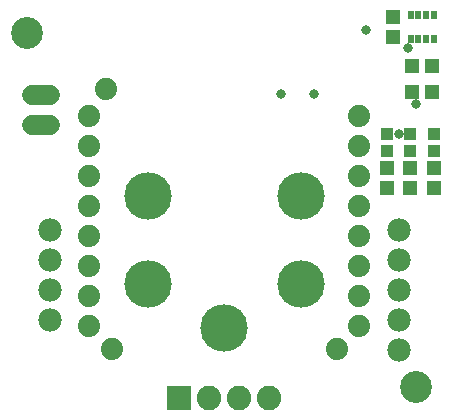
<source format=gts>
G75*
G70*
%OFA0B0*%
%FSLAX24Y24*%
%IPPOS*%
%LPD*%
%AMOC8*
5,1,8,0,0,1.08239X$1,22.5*
%
%ADD10C,0.1064*%
%ADD11C,0.0740*%
%ADD12R,0.0218X0.0277*%
%ADD13R,0.0474X0.0513*%
%ADD14C,0.0780*%
%ADD15C,0.1582*%
%ADD16R,0.0820X0.0820*%
%ADD17C,0.0820*%
%ADD18R,0.0395X0.0395*%
%ADD19R,0.0513X0.0474*%
%ADD20C,0.0680*%
%ADD21C,0.0319*%
D10*
X001051Y013069D03*
X014041Y001259D03*
D11*
X003125Y003277D03*
X003900Y002522D03*
X003125Y004277D03*
X003125Y005277D03*
X003125Y006277D03*
X003125Y007277D03*
X003125Y008277D03*
X003125Y009277D03*
X003125Y010277D03*
X003703Y011184D03*
X012125Y010277D03*
X012125Y009277D03*
X012125Y008277D03*
X012125Y007277D03*
X012125Y006277D03*
X012125Y005277D03*
X012125Y004277D03*
X012125Y003277D03*
X011380Y002522D03*
D12*
X013851Y012847D03*
X014107Y012847D03*
X014363Y012847D03*
X014619Y012847D03*
X014619Y013654D03*
X014363Y013654D03*
X014107Y013654D03*
X013851Y013654D03*
D13*
X013251Y013585D03*
X013251Y012916D03*
X013900Y011971D03*
X014569Y011971D03*
X014569Y011085D03*
X013900Y011085D03*
D14*
X013447Y006487D03*
X013447Y005491D03*
X013447Y004491D03*
X013447Y003487D03*
X013443Y002487D03*
X001817Y003487D03*
X001817Y004491D03*
X001817Y005487D03*
X001814Y006491D03*
D15*
X005081Y007640D03*
X005081Y004688D03*
X007640Y003211D03*
X010199Y004688D03*
X010199Y007640D03*
D16*
X006125Y000902D03*
D17*
X007125Y000902D03*
X008125Y000902D03*
X009125Y000902D03*
D18*
X013054Y009117D03*
X013054Y009707D03*
X013841Y009707D03*
X013841Y009117D03*
X014629Y009117D03*
X014629Y009707D03*
D19*
X014629Y008566D03*
X014629Y007896D03*
X013841Y007896D03*
X013841Y008566D03*
X013054Y008566D03*
X013054Y007896D03*
D20*
X001838Y009995D02*
X001238Y009995D01*
X001238Y010995D02*
X001838Y010995D01*
D21*
X009510Y011027D03*
X010625Y011027D03*
X012365Y013152D03*
X013743Y012562D03*
X014038Y010691D03*
X013447Y009707D03*
M02*

</source>
